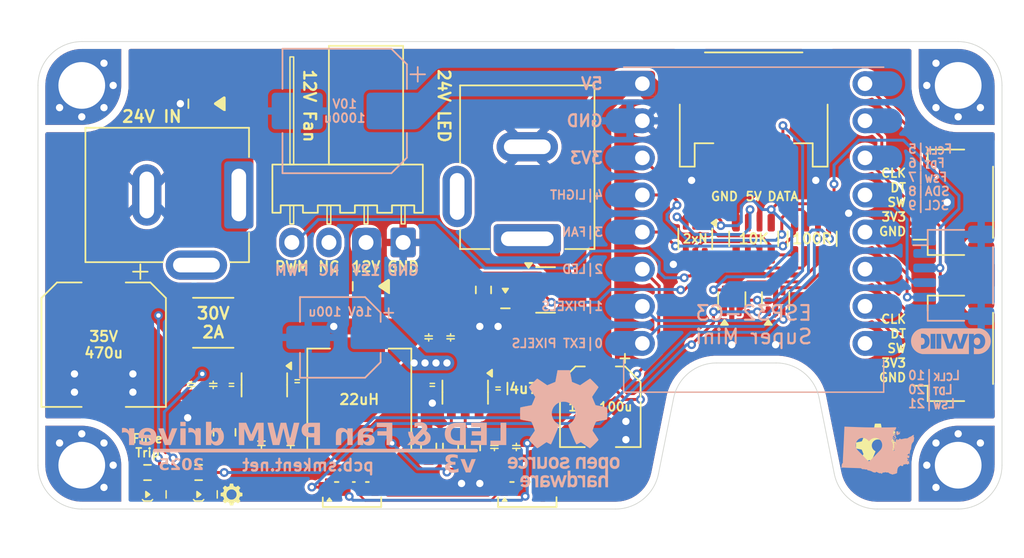
<source format=kicad_pcb>
(kicad_pcb (version 20240108) (generator "pcbnew") (generator_version "8.0")
  (layers (0 "F.Cu" signal) (31 "B.Cu" signal) (34 "B.Paste" user) (35 "F.Paste" user) (36 "B.SilkS" user "B.Silkscreen") (37 "F.SilkS" user "F.Silkscreen") (38 "B.Mask" user) (39 "F.Mask" user) (44 "Edge.Cuts" user))
  (net 0 "")
  (net 1 "+24V")
  (net 2 "GND")
  (net 3 "Net-(U1-BOOT)")
  (net 4 "/SW_12V")
  (net 5 "+12V")
  (net 6 "/24V_IN_RAW")
  (net 7 "/SW_5V")
  (net 8 "Net-(U2-VBST)")
  (net 9 "+5V")
  (net 11 "LIGHT_OUT")
  (net 13 "LIGHT_BUTTON")
  (net 14 "LIGHT_CLK")
  (net 15 "+3V3")
  (net 16 "LIGHT_DT")
  (net 17 "FAN_BUTTON")
  (net 18 "FAN_CLK")
  (net 19 "FAN_DT")
  (net 20 "NEOPIXEL_2_DATA_5V")
  (net 21 "SDA")
  (net 22 "SCL")
  (net 23 "Net-(LED1-A)")
  (net 24 "Net-(LED2-A)")
  (net 25 "FAN_PWM_5V")
  (net 27 "NEOPIXEL_1_DATA_5V")
  (net 28 "STATUS_LED")
  (net 29 "FB_12V")
  (net 30 "FB_5V")
  (net 31 "Net-(U2-EN)")
  (net 32 "LIGHT_PWM_3V3")
  (net 33 "NEOPIXEL_2_DATA_3V3")
  (net 34 "FAN_PWM_3V3")
  (net 35 "NEOPIXEL_1_DATA_3V3")
  (net 38 "/P_GATE_1")
  (net 39 "/PIX2_DATA_S")
  (net 40 "/FAN_PWM_3V3_R")
  (net 41 "/N_GATE_1")
  (net 42 "/N_DRAIN_1")
  (net 43 "/NP_1_DATA_3V3_R")
  (net 44 "/NP_2_DATA_3V3_R")
  (footprint "discrete:C_0603_1608Metric" (layer "F.Cu") (at 100 43.5 -90)
    (property "Reference" "C1" (hide yes))
    (property "Value" "10u")
  )
  (footprint "discrete:LED_SK6812SIDE-A_4.0x1.6mm" (layer "F.Cu") (at 109.5 50.5)
    (property "Reference" "PIX1")
    (property "Value" "SK6812SIDE-A")
  )
  (footprint "Resistor_SMD:R_0603_1608Metric" (layer "F.Cu") (at 99 49.5)
    (property "Reference" "R0" (hide yes))
    (property "Value" "5K1")
  )
  (footprint "Package_TO_SOT_SMD:SOT-563" (layer "F.Cu") (at 135.5 37.75 90)
    (property "Reference" "U5" (hide yes))
    (property "Value" "SN74LVC1T45Z6")
  )
  (footprint "Resistor_SMD:R_0603_1608Metric" (layer "F.Cu") (at 99.5 46.75 90)
    (property "Reference" "R2" (hide yes))
    (property "Value" "5K1")
  )
  (footprint "Package_TO_SOT_SMD:SOT-563" (layer "F.Cu") (at 138.5 37.75 90)
    (property "Reference" "U4" (hide yes))
    (property "Value" "SN74LVC1T45Z6")
  )
  (footprint "Resistor_SMD:R_0603_1608Metric" (layer "F.Cu") (at 116.25 47.75 -90)
    (property "Reference" "R4" (hide yes))
    (property "Value" "57K6")
  )
  (footprint "package:D_SOD-123F" (layer "F.Cu") (at 111.75 36.75)
    (property "Reference" "D1" (hide yes))
    (property "Value" "DSK34W")
  )
  (footprint "Package_TO_SOT_SMD:SOT-23-6" (layer "F.Cu") (at 117.25 44 -90)
    (property "Reference" "U2" (hide yes))
    (property "Value" "TPS563201")
  )
  (footprint "connector:JST_SH_SM05B-SRSS-TB_1x05-1MP_P1.00mm_Horizontal" (layer "F.Cu") (at 150.7 31 90)
    (property "Reference" "J3")
    (property "Value" "JST SH")
  )
  (footprint "discrete:C_0603_1608Metric" (layer "F.Cu") (at 114.75 40.25 90)
    (property "Reference" "C8" (hide yes))
    (property "Value" "10u")
  )
  (footprint "package:D_SOD-523" (layer "F.Cu") (at 120 37 90)
    (property "Reference" "D3" (hide yes))
    (property "Value" "10V")
  )
  (footprint "discrete:C_0402_1005Metric" (layer "F.Cu") (at 101.25 43.5 -90)
    (property "Reference" "C3" (hide yes))
    (property "Value" "0u1")
  )
  (footprint "discrete:L_Power_7.0x6.6mm_0630" (layer "F.Cu") (at 110 44.5 -90)
    (property "Reference" "L1" (hide yes))
    (property "Value" "22u")
  )
  (footprint "mechanical:MountingHole_3.2mm_M3_5.4mm_Pad_Via_corner" (layer "F.Cu") (at 91 49)
    (property "Reference" "REF**" (hide yes))
    (property "Value" "MountingHole_3.2mm_M3_5.4mm_Pad_Via_corner" (hide yes))
  )
  (footprint "mechanical:MountingHole_3.2mm_M3_5.4mm_Pad_Via_corner" (layer "F.Cu") (at 151 23 180)
    (property "Reference" "REF**" (hide yes))
    (property "Value" "MountingHole_3.2mm_M3_5.4mm_Pad_Via_corner" (hide yes))
  )
  (footprint "mechanical:MountingHole_3.2mm_M3_5.4mm_Pad_Via_corner" (layer "F.Cu") (at 91 23 -90)
    (property "Reference" "REF**" (hide yes))
    (property "Value" "MountingHole_3.2mm_M3_5.4mm_Pad_Via_corner" (hide yes))
  )
  (footprint "package:SOT-363_SC-70-6_HandSolder" (layer "F.Cu") (at 133 33.5 -90)
    (property "Reference" "Q1" (hide yes))
    (property "Value" "2N7002DW")
  )
  (footprint "discrete:C_0805_2012Metric" (layer "F.Cu") (at 103.25 47.5 -90)
    (property "Reference" "C5" (hide yes))
    (property "Value" "22u")
  )
  (footprint "Resistor_SMD:R_0603_1608Metric" (layer "F.Cu") (at 101 46.75 -90)
    (property "Reference" "R1" (hide yes))
    (property "Value" "100K")
  )
  (footprint "discrete:C_0603_1608Metric" (layer "F.Cu") (at 98.5 43.5 -90)
    (property "Reference" "C2" (hide yes))
    (property "Value" "10u")
  )
  (footprint "Capacitor_SMD:CP_Elec_8x10" (layer "F.Cu") (at 92.5 40.75 -90)
    (property "Reference" "C7" (hide yes))
    (property "Value" "470u")
  )
  (footprint "discrete:C_0402_1005Metric" (layer "F.Cu") (at 105.75 43.25 90)
    (property "Reference" "C4" (hide yes))
    (property "Value" "0u1")
  )
  (footprint "discrete:C_0402_1005Metric" (layer "F.Cu") (at 115 43.5 -90)
    (property "Reference" "C10" (hide yes))
    (property "Value" "0u1")
  )
  (footprint "graphics:icon-gear-1.5mm" (layer "F.Cu") (at 101.25 51)
    (property "Reference" "G***" (hide yes))
    (property "Value" "LOGO" (hide yes))
  )
  (footprint "Resistor_SMD:R_0603_1608Metric" (layer "F.Cu") (at 118.5 37 90)
    (property "Reference" "R12" (hide yes))
    (property "Value" "17K4")
  )
  (footprint "connector:STEMMA-Signal-SMD-horizontal" (layer "F.Cu") (at 137 25.25 180)
    (property "Reference" "J4" (hide yes))
    (property "Value" "STEMMA-Signal")
  )
  (footprint "discrete:C_0603_1608Metric" (layer "F.Cu") (at 119.25 47.75 -90)
    (property "Reference" "C13" (hide yes))
    (property "Value" "22u")
  )
  (footprint "discrete:R_Array_Convex_4x0603_HandSolder" (layer "F.Cu") (at 137 33.5 90)
    (property "Reference" "RN1" (hide yes))
    (property "Value" "10K")
  )
  (footprint "Resistor_SMD:R_0603_1608Metric" (layer "F.Cu") (at 114.75 47.75 -90)
    (property "Reference" "R6" (hide yes))
    (property "Value" "10K")
  )
  (footprint "Package_TO_SOT_SMD:SOT-23" (layer "F.Cu") (at 122.75 37)
    (property "Reference" "Q3" (hide yes))
    (property "Value" "AO3401A")
  )
  (footprint "mechanical:MountingHole_3.2mm_M3_5.4mm_Pad_Via_corner" (layer "F.Cu") (at 151 49 90)
    (property "Reference" "REF**" (hide yes))
    (property "Value" "MountingHole_3.2mm_M3_5.4mm_Pad_Via_corner" (hide yes))
  )
  (footprint "graphics:oshw-logo-3mm" (layer "F.Cu") (at 145.5 47.5)
    (property "Reference" "G***" (hide yes))
    (property "Value" "LOGO" (hide yes))
  )
  (footprint "discrete:C_0402_1005Metric" (layer "F.Cu") (at 119.5 43.75 90)
    (property "Reference" "C11" (hide yes))
    (property "Value" "0u1")
  )
  (footprint "discrete:LED_SideEmitter_1.7x1.1mm" (layer "F.Cu") (at 99 51 180)
    (property "Reference" "LED1" (hide yes))
    (property "Value" "XL-1606UWC")
  )
  (footprint "connector:FanPinHeader_1x04_P2.54mm_Horizontal" (layer "F.Cu") (at 113 33.75 180)
    (property "Reference" "M1" (hide yes))
    (property "Value" "KF2510")
  )
  (footprint "discrete:C_0603_1608Metric" (layer "F.Cu") (at 120.75 47.75 -90)
    (property "Reference" "C12" (hide yes))
    (property "Value" "22u")
  )
  (footprint "discrete:LED_SideEmitter_1.7x1.1mm" (layer "F.Cu") (at 95.5 51 180)
    (property "Reference" "LED2" (hide yes))
    (property "Value" "XL-1606SURC")
  )
  (footprint "discrete:LED_SK6812SIDE-A_4.0x1.6mm" (layer "F.Cu") (at 121.5 50.5)
    (property "Reference" "PIX2")
    (property "Value" "SK6812SIDE-A")
  )
  (footprint "Package_TO_SOT_SMD:SOT-23-6" (layer "F.Cu") (at 103.5 43.5 -90)
    (property "Reference" "U1" (hide yes))
    (property "Value" "TPS54202DDCR")
  )
  (footprint "discrete:C_0805_2012Metric" (layer "F.Cu") (at 105.25 47.5 -90)
    (property "Reference" "C6" (hide yes))
    (property "Value" "22u")
  )
  (footprint "connector:BarrelJack_DC-005_THT_Horizontal" (layer "F.Cu") (at 101.75 30.5 -90)
    (property "Reference" "J0" (hide yes))
    (property "Value" "DC-005")
  )
  (footprint "Resistor_SMD:R_0603_1608Metric" (layer "F.Cu") (at 95.5 49.5)
    (property "Reference" "R3" (hide yes))
    (property "Value" "1K")
  )
  (footprint "Capacitor_SMD:CP_Elec_5x5.4" (layer "F.Cu") (at 126.5 45 -90)
    (property "Reference" "C14" (hide yes))
    (property "Value" "100u")
  )
  (footprint "Resistor_SMD:R_0603_1608Metric" (layer "F.Cu") (at 117.75 47.75 90)
    (property "Reference" "R7" (hide yes))
    (property "Value" "10K")
  )
  (footprint "discrete:L_1008_2520Metric" (layer "F.Cu") (at 121.25 43.75 -90)
    (property "Reference" "L2" (hide yes))
    (property "Value" "4u7")
  )
  (footprint "connector:BarrelJack_DC-005_THT_Horizontal" (layer "F.Cu") (at 121.5 33.5 180)
    (property "Reference" "J1" (hide yes))
    (property "Value" "DC-005")
  )
  (footprint "discrete:C_0603_1608Metric" (layer "F.Cu") (at 116.25 40.25 90)
    (property "Reference" "C9" (hide yes))
    (property "Value" "10u")
  )
  (footprint "connector:JST_SH_SM05B-SRSS-TB_1x05-1MP_P1.00mm_Horizontal" (layer "F.Cu") (at 150.7 41 90)
    (property "Reference" "J2")
    (property "Value" "JST SH")
  )
  (footprint "Fuse:Fuse_1812_4532Metric" (layer "F.Cu") (at 100 39.25)
    (property "Reference" "F1" (hide yes))
    (property "Value" "30V 2A")
  )
  (footprint "discrete:R_Array_Convex_4x0603_HandSolder" (layer "F.Cu") (at 141 33.5 90)
    (property "Reference" "RN2" (hide yes))
    (property "Value" "100R")
  )
  (footprint "package:D_SOD-123F" (layer "F.Cu") (at 100.5 24.25)
    (property "Reference" "D2" (hide yes))
    (property "Value" "D_TVS")
  )
  (footprint "graphics:wa-state-heart-5mm" (layer "B.Cu") (at 145.5 48 180)
    (property "Reference" "G***" (hide yes))
    (property "Value" "LOGO" (hide yes))
  )
  (footprint "module:ESP32-C3-Super-Mini-Castellated-SMD" (layer "B.Cu") (at 137 30.5 180)
    (property "Reference" "SM1" (hide yes))
    (property "Value" "~")
  )
  (footprint "Symbol:OSHW-Logo_7.5x8mm_SilkScreen" (layer "B.Cu") (at 124 46.5 180)
    (property "Reference" "REF**" (hide yes))
    (property "Value" "OSHW-Logo_7.5x8mm_SilkScreen" (hide yes))
  )
  (footprint "Capacitor_SMD:CP_Elec_5x5.4" (layer "B.Cu") (at 108.7 40.25 180)
    (property "Reference" "C16" (hide yes))
    (property "Value" "100u")
  )
  (footprint "Capacitor_SMD:CP_Elec_8x10" (layer "B.Cu") (at 109 24.75 180)
    (property "Reference" "C15" (hide yes))
    (property "Value" "1000u")
  )
  (footprint "graphics:qwiic-logo-5.5mm" (layer "B.Cu") (at 150.5 40.5 180)
    (property "Reference" "G***" (hide yes))
    (property "Value" "LOGO" (hide yes))
  )
  (footprint "connector:Qwiic-SMD-horizontal" (layer "B.Cu") (at 150.7 36 -90)
    (property "Reference" "J5" (hide yes))
    (property "Value" "Qwiic")
  )
  (gr_line (start 118 48) (end 96 48) (stroke (width 0.25)) (layer "B.SilkS"))
  (gr_line (start 134.459412 42) (end 138.540588 42) (stroke (width 0.05)) (layer "Edge.Cuts"))
  (gr_line (start 154 23) (end 154 49) (stroke (width 0.05)) (layer "Edge.Cuts"))
  (gr_arc (start 138.540588 42) (mid 140.442561 42.679969) (end 141.48233 44.411652) (stroke (width 0.05)) (layer "Edge.Cuts"))
  (gr_arc (start 145.459412 52) (mid 143.557439 51.320031) (end 142.51767 49.588349) (stroke (width 0.05)) (layer "Edge.Cuts"))
  (gr_arc (start 130.48233 49.588348) (mid 129.442554 51.320022) (end 127.540588 52) (stroke (width 0.05)) (layer "Edge.Cuts"))
  (gr_arc (start 131.51767 44.411651) (mid 132.557446 42.679978) (end 134.459412 42) (stroke (width 0.05)) (layer "Edge.Cuts"))
  (gr_line (start 91 52) (end 127.540588 52) (stroke (width 0.05)) (layer "Edge.Cuts"))
  (gr_line (start 88 49) (end 88 23) (stroke (width 0.05)) (layer "Edge.Cuts"))
  (gr_arc (start 154 49) (mid 153.12132 51.12132) (end 151 52) (stroke (width 0.05)) (layer "Edge.Cuts"))
  (gr_line (start 141.48233 44.411652) (end 142.51767 49.588349) (stroke (width 0.05)) (layer "Edge.Cuts"))
  (gr_arc (start 151 20) (mid 153.12132 20.87868) (end 154 23) (stroke (width 0.05)) (layer "Edge.Cuts"))
  (gr_line (start 131.51767 44.411651) (end 130.48233 49.588348) (stroke (width 0.05)) (layer "Edge.Cuts"))
  (gr_arc (start 91 52) (mid 88.87868 51.12132) (end 88 49) (stroke (width 0.05)) (layer "Edge.Cuts"))
  (gr_line (start 151 20) (end 91 20) (stroke (width 0.05)) (layer "Edge.Cuts"))
  (gr_arc (start 88 23) (mid 88.87868 20.87868) (end 91 20) (stroke (width 0.05)) (layer "Edge.Cuts"))
  (gr_line (start 151 52) (end 145.459412 52) (stroke (width 0.05)) (layer "Edge.Cuts"))
  (gr_text "F_{CLK}|5\nF_{DT}|6\nF_{SW}|7\nSDA|8\nSCL|9" (at 147.5 27 0) (layer "B.SilkS") (effects (font (size 0.6 0.6) (thickness 0.12) (bold yes)) (justify right top mirror)))
  (gr_text "2|LED" (at 126.75 35.58 0) (layer "B.SilkS") (effects (font (size 0.6 0.6) (thickness 0.12) (bold yes)) (justify left mirror)))
  (gr_text "12V" (at 110.46 35.25 0) (layer "B.SilkS") (effects (font (size 0.7 0.7) (thickness 0.14) (bold yes)) (justify top mirror)))
  (gr_text "3|FAN" (at 126.75 33.04 0) (layer "B.SilkS") (effects (font (size 0.6 0.6) (thickness 0.12) (bold yes)) (justify left mirror)))
  (gr_text "v3" (at 118 49 -0) (layer "B.SilkS") (effects (font (size 1.2 1.2) (thickness 0.24) (bold yes)) (justify left mirror)))
  (gr_text "1|PIXELS" (at 126.75 38.12 0) (layer "B.SilkS") (effects (font (size 0.6 0.6) (thickness 0.12) (bold yes)) (justify left mirror)))
  (gr_text "3V3" (at 126.75 27.96 0) (layer "B.SilkS") (effects (font (size 0.8 0.8) (thickness 0.16) (bold yes)) (justify left mirror)))
  (gr_text "LED & Fan PWM driver" (at 107 47 -0) (layer "B.SilkS") (effects (font (size 1.5 1.5) (thickness 0.3) (bold yes)) (justify mirror)))
  (gr_text "10V\n1000u" (at 109 24.75 -0) (layer "B.SilkS") (effects (font (size 0.6 0.6) (thickness 0.12) (bold yes)) (justify mirror)))
  (gr_text "NC" (at 107.92 35.25 0) (layer "B.SilkS") (effects (font (size 0.7 0.7) (thickness 0.14) (bold yes)) (justify top mirror)))
  (gr_text "0|EXT PIXELS" (at 126.75 40.66 0) (layer "B.SilkS") (effects (font (size 0.6 0.6) (thickness 0.12) (bold yes)) (justify left mirror)))
  (gr_text "PWM" (at 105.38 35.25 0) (layer "B.SilkS") (effects (font (size 0.7 0.7) (thickness 0.14) (bold yes)) (justify top mirror)))
  (gr_text "2025" (at 96.25 49 -0) (layer "B.SilkS") (effects (font (size 0.8 0.8) (thickness 0.24) (bold yes)) (justify right mirror)))
  (gr_text "16V 100u" (at 108.7 38.5 -0) (layer "B.SilkS") (effects (font (size 0.6 0.6) (thickness 0.12) (bold yes)) (justify mirror)))
  (gr_text "GND" (at 126.75 25.42 0) (layer "B.SilkS") (effects (font (size 0.8 0.8) (thickness 0.16) (bold yes)) (justify left mirror)))
  (gr_text "GND" (at 113 35.25 0) (layer "B.SilkS") (effects (font (size 0.7 0.7) (thickness 0.14) (bold yes)) (justify top mirror)))
  (gr_text "4|LIGHT" (at 126.75 30.5 0) (layer "B.SilkS") (effects (font (size 0.6 0.6) (thickness 0.12) (bold yes)) (justify left mirror)))
  (gr_text "pcb.smkent.net" (at 106.5 49 -0) (layer "B.SilkS") (effects (font (size 0.8 0.8) (thickness 0.16) (bold yes)) (justify mirror)))
  (gr_text "5V" (at 126.75 22.88 0) (layer "B.SilkS") (effects (font (size 0.8 0.8) (thickness 0.16) (bold yes)) (justify left mirror)))
  (gr_text "L_{CLK}|10\nL_{DT}|20\nL_{SW}|21" (at 147.5 42.5 0) (layer "B.SilkS") (effects (font (size 0.6 0.6) (thickness 0.12) (bold yes)) (justify right top mirror)))
  (gr_text "GND" (at 147.5 33 0) (layer "F.SilkS") (effects (font (size 0.6 0.6) (thickness 0.12) (bold yes)) (justify right)))
  (gr_text "DT" (at 147.5 40 0) (layer "F.SilkS") (effects (font (size 0.6 0.6) (thickness 0.12) (bold yes)) (justify right)))
  (gr_text "2xN" (at 133 33.5 0) (layer "F.SilkS") (effects (font (size 0.6 0.6) (thickness 0.12) (bold yes))))
  (gr_text "PWM" (at 105.38 35 0) (layer "F.SilkS") (effects (font (size 0.7 0.7) (thickness 0.14) (bold yes)) (justify top)))
  (gr_text "CLK" (at 147.5 29 0) (layer "F.SilkS") (effects (font (size 0.6 0.6) (thickness 0.12) (bold yes)) (justify right)))
  (gr_text "GND" (at 147.5 43 0) (layer "F.SilkS") (effects (font (size 0.6 0.6) (thickness 0.12) (bold yes)) (justify right)))
  (gr_text "12V" (at 110.46 35 0) (layer "F.SilkS") (effects (font (size 0.7 0.7) (thickness 0.14) (bold yes)) (justify top)))
  (gr_text "24V LED" (at 115.8 24.4 -90) (layer "F.SilkS") (effects (font (size 0.8 0.8) (thickness 0.16) (bold yes))))
  (gr_text "GND" (at 113 35 0) (layer "F.SilkS") (effects (font (size 0.7 0.7) (thickness 0.14) (bold yes)) (justify top)))
  (gr_text "DT" (at 147.5 30 0) (layer "F.SilkS") (effects (font (size 0.6 0.6) (thickness 0.12) (bold yes)) (justify right)))
  (gr_text "30V\n2A" (at 100 39.25 0) (layer "F.SilkS") (effects (font (size 0.8 0.8) (thickness 0.16) (bold yes))))
  (gr_text "SW" (at 147.5 41 0) (layer "F.SilkS") (effects (font (size 0.6 0.6) (thickness 0.12) (bold yes)) (justify right)))
  (gr_text "5V" (at 137 30.25 0) (layer "F.SilkS") (effects (font (size 0.6 0.6) (thickness 0.12) (bold yes)) (justify top)))
  (gr_text "3V3" (at 147.5 42 0) (layer "F.SilkS") (effects (font (size 0.6 0.6) (thickness 0.12) (bold yes)) (justify right)))
  (gr_text "NC" (at 107.92 35 0) (layer "F.SilkS") (effects (font (size 0.7 0.7) (thickness 0.14) (bold yes)) (justify top)))
  (gr_text "35V\n470u" (at 92.5 40.75 0) (layer "F.SilkS") (effects (font (size 0.7 0.7) (thickness 0.14) (bold yes))))
  (gr_text "SW" (at 147.5 31 0) (layer "F.SilkS") (effects (font (size 0.6 0.6) (thickness 0.12) (bold yes)) (justify right)))
  (gr_text "DATA" (at 139 30.25 0) (layer "F.SilkS") (effects (font (size 0.6 0.6) (thickness 0.12) (bold yes)) (justify top)))
  (gr_text "24V IN" (at 95.8 25.6 0) (layer "F.SilkS") (effects (font (size 0.8 0.8) (thickness 0.16) (bold yes)) (justify bottom)))
  (gr_text "10V 100u" (at 126.5 45 0) (layer "F.SilkS") (effects (font (size 0.6 0.6) (thickness 0.12) (bold yes))))
  (gr_text "Fuse\nTrip" (at 95.5 48.5 0) (layer "F.SilkS") (effects (font (size 0.6 0.6) (thickness 0.12) (bold yes)) (justify bottom)))
  (gr_text "4u7" (at 121.25 43.75 0) (layer "F.SilkS") (effects (font (size 0.7 0.7) (thickness 0.14) (bold yes))))
  (gr_text "3V3" (at 147.5 32 0) (layer "F.SilkS") (effects (font (size 0.6 0.6) (thickness 0.12) (bold yes)) (justify right)))
  (gr_text "22uH" (at 110 44.5 0) (layer "F.SilkS") (effects (font (size 0.7 0.7) (thickness 0.14) (bold yes))))
  (gr_text "GND" (at 135 30.25 0) (layer "F.SilkS") (effects (font (size 0.6 0.6) (thickness 0.12) (bold yes)) (justify top)))
  (gr_text "12V Fan" (at 106.6 24.4 -90) (layer "F.SilkS") (effects (font (size 0.8 0.8) (thickness 0.16) (bold yes))))
  (gr_text "CLK" (at 147.5 39 0) (layer "F.SilkS") (effects (font (size 0.6 0.6) (thickness 0.12) (bold yes)) (justify right)))
  (segment (start 98.525 42.75) (end 98.5 42.725) (width 0.2) (layer "F.Cu") (net 1))
  (segment (start 97.25 50.05) (end 96.3 51) (width 0.2) (layer "F.Cu") (net 1))
  (segment (start 99.25 42.75) (end 98.525 42.75) (width 0.2) (layer "F.Cu") (net 1))
  (segment (start 97.25 48.5) (end 97.25 50.05) (width 0.2) (layer "F.Cu") (net 1))
  (via (at 99.25 42.75) (size 0.6) (drill 0.3) (layers "F.Cu" "B.Cu") (net 1))
  (via (at 97.25 48.5) (size 0.6) (drill 0.3) (layers "F.Cu" "B.Cu") (net 1))
  (segment (start 97.25 48.5) (end 96.65 47.9) (width 0.2) (layer "B.Cu") (net 1))
  (segment (start 96.65 45.35) (end 99.25 42.75) (width 0.2) (layer "B.Cu") (net 1))
  (segment (start 96.65 47.9) (end 96.65 45.35) (width 0.2) (layer "B.Cu") (net 1))
  (segment (start 104.448751 42.03) (end 104.448751 42.951249) (width 0.5) (layer "F.Cu") (net 2))
  (segment (start 104.448751 42.951249) (end 103.925 43.475) (width 0.5) (layer "F.Cu") (net 2))
  (segment (start 103.925 43.475) (end 101.943266 43.475) (width 0.5) (layer "F.Cu") (net 2))
  (segment (start 101.943266 43.475) (end 101.438266 43.98) (width 0.5) (layer "F.Cu") (net 2))
  (segment (start 101.438266 43.98) (end 101.25 43.98) (width 0.5) (layer "F.Cu") (net 2))
  (via (at 97.75 24.25) (size 1) (drill 0.5) (layers "F.Cu" "B.Cu") (net 2))
  (via (at 141.25 29.5) (size 1) (drill 0.5) (layers "F.Cu" "B.Cu") (net 2))
  (via (at 90.5 42.75) (size 1) (drill 0.5) (layers "F.Cu" "B.Cu") (net 2))
  (via (at 143.5 31.75) (size 1) (drill 0.5) (layers "F.Cu" "B.Cu") (net 2))
  (via (at 150.25 31) (size 1) (drill 0.5) (layers "F.Cu" "B.Cu") (net 2))
  (via (at 117 50.25) (size 1) (drill 0.5) (layers "F.Cu" "B.Cu") (net 2))
  (via (at 119.5 39.5) (size 1) (drill 0.5) (layers "F.Cu" "B.Cu") (net 2))
  (via (at 118.25 39.5) (size 1) (drill 0.5) (layers "F.Cu" "B.Cu") (net 2))
  (via (at 128.25 47.25) (size 1) (drill 0.5) (layers "F.Cu" "B.Cu") (net 2))
  (via (at 118.25 50.25) (size 1) (drill 0.5) (layers "F.Cu" "B.Cu") (net 2))
  (via (at 108.25 39.5) (size 1) (drill 0.5) (layers "F.Cu" "B.Cu") (net 2))
  (via (at 138.5 40.75) (size 1) (drill 0.5) (layers "F.Cu" "B.Cu") (net 2))
  (via (at 128.25 46) (size 1) (drill 0.5) (layers "F.Cu" "B.Cu") (net 2))
  (via (at 98.25 45.75) (size 1) (drill 0.5) (layers "F.Cu" "B.Cu") (net 2))
  (via (at 132.75 29.5) (size 1) (drill 0.5) (layers "F.Cu" "B.Cu") (net 2))
  (via (at 90.5 44) (size 1) (drill 0.5) (layers "F.Cu" "B.Cu") (net 2))
  (via (at 94.5 42.75) (size 1) (drill 0.5) (layers "F.Cu" "B.Cu") (net 2))
  (via (at 135.5 40.75) (size 1) (drill 0.5) (layers "F.Cu" "B.Cu") (net 2))
  (via (at 94.5 44) (size 1) (drill 0.5) (layers "F.Cu" "B.Cu") (net 2))
  (via (at 115 44.75) (size 1) (drill 0.5) (layers "F.Cu" "B.Cu") (net 2))
  (via (at 131.5 35.25) (size 1) (drill 0.5) (layers "F.Cu" "B.Cu") (net 2))
  (segment (start 152.575 33.2) (end 152.575 33.175) (width 0.2) (layer "B.Cu") (net 2))
  (segment (start 152.575 33.175) (end 152.75 33) (width 0.2) (layer "B.Cu") (net 2))
  (segment (start 105.448751 43.73) (end 104.448751 44.73) (width 0.5) (layer "F.Cu") (net 3))
  (segment (start 105.75 43.73) (end 105.448751 43.73) (width 0.5) (layer "F.Cu") (net 3))
  (segment (start 117.05 49.275) (end 116.2 49.275) (width 0.2) (layer "F.Cu") (net 5))
  (segment (start 117.75 48.575) (end 117.05 49.275) (width 0.2) (layer "F.Cu") (net 5))
  (segment (start 101.8 47.6) (end 101.025 47.6) (width 0.2) (layer "F.Cu") (net 5))
  (segment (start 116.2 49.275) (end 116 49.475) (width 0.2) (layer "F.Cu") (net 5))
  (segment (start 102.85 46.55) (end 101.8 47.6) (width 0.2) (layer "F.Cu") (net 5))
  (segment (start 103.25 46.55) (end 102.85 46.55) (width 0.2) (layer "F.Cu") (net 5))
  (segment (start 101.025 47.6) (end 101 47.575) (width 0.2) (layer "F.Cu") (net 5))
  (via (at 112.25 47.5) (size 0.6) (drill 0.3) (layers "F.Cu" "B.Cu") (net 5))
  (via (at 115.25 42) (size 1) (drill 0.5) (layers "F.Cu" "B.Cu") (net 5))
  (via (at 113.75 42) (size 1) (drill 0.5) (layers "F.Cu" "B.Cu") (net 5))
  (via (at 116 49.475) (size 0.6) (drill 0.3) (layers "F.Cu" "B.Cu") (net 5))
  (via (at 116 42) (size 1) (drill 0.5) (layers "F.Cu" "B.Cu") (net 5))
  (via (at 114.5 42) (size 1) (drill 0.5) (layers "F.Cu" "B.Cu") (net 5))
  (segment (start 116 49.475) (end 115.775 49.25) (width 0.2) (layer "B.Cu") (net 5))
  (segment (start 114 49.25) (end 112.25 47.5) (width 0.2) (layer "B.Cu") (net 5))
  (segment (start 115.775 49.25) (end 114 49.25) (width 0.2) (layer "B.Cu") (net 5))
  (segment (start 96.325 48.575) (end 96.325 49.5) (width 0.2) (layer "F.Cu") (net 6))
  (segment (start 96.25 48.5) (end 96.325 48.575) (width 0.2) (layer "F.Cu") (net 6))
  (via (at 96.25 38.75) (size 0.6) (drill 0.3) (layers "F.Cu" "B.Cu") (net 6))
  (via (at 96.25 48.5) (size 0.6) (drill 0.3) (layers "F.Cu" "B.Cu") (net 6))
  (segment (start 96.25 48.5) (end 96.25 38.75) (width 0.2) (layer "B.Cu") (net 6))
  (segment (start 118.5925 45.1375) (end 119.5 44.23) (width 0.2) (layer "F.Cu") (net 8))
  (segment (start 118.2 45.1375) (end 118.5925 45.1375) (width 0.2) (layer "F.Cu") (net 8))
  (segment (start 119.25 46.975) (end 118.35 47.875) (width 0.2) (layer "F.Cu") (net 9))
  (segment (start 126.5 42.8) (end 128.2 44.5) (width 0.2) (layer "F.Cu") (net 9))
  (segment (start 116.95 47.875) (end 116.25 48.575) (width 0.2) (layer "F.Cu") (net 9))
  (segment (start 138 38.4625) (end 137.2875 38.4625) (width 0.2) (layer "F.Cu") (net 9))
  (segment (start 121.356586 50.806586) (end 121.05 50.5) (width 0.2) (layer "F.Cu") (net 9))
  (segment (start 132.75 40.75) (end 134.25 39.25) (width 0.2) (layer "F.Cu") (net 9))
  (segment (start 135 38.4625) (end 134.2875 38.4625) (width 0.2) (layer "F.Cu") (net 9))
  (segment (start 109.310819 51.139182) (end 109.05 50.878363) (width 0.2) (layer "F.Cu") (net 9))
  (segment (start 137.2875 38.4625) (end 137.25 38.5) (width 0.2) (layer "F.Cu") (net 9))
  (segment (start 134.25 39.25) (end 134.25 38.5) (width 0.2) (layer "F.Cu") (net 9))
  (segment (start 109.05 50.878363) (end 109.05 50.5) (width 0.2) (layer "F.Cu") (net 9))
  (segment (start 121.356586 51.130183) (end 121.356586 50.806586) (width 0.2) (layer "F.Cu") (net 9))
  (segment (start 134.2875 38.4625) (end 134.25 38.5) (width 0.2) (layer "F.Cu") (net 9))
  (segment (start 118.35 47.875) (end 116.95 47.875) (width 0.2) (layer "F.Cu") (net 9))
  (segment (start 128.2 44.5) (end 129.25 44.5) (width 0.2) (layer "F.Cu") (net 9))
  (via (at 121.356586 51.130183) (size 0.6) (drill 0.3) (layers "F.Cu" "B.Cu") (net 9))
  (via (at 129.25 44.5) (size 0.6) (drill 0.3) (layers "F.Cu" "B.Cu") (net 9))
  (via (at 109.310819 51.139182) (size 0.6) (drill 0.3) (layers "F.Cu" "B.Cu") (net 9))
  (via (at 121.5 47.5) (size 0.6) (drill 0.3) (layers "F.Cu" "B.Cu") (net 9))
  (via (at 137.25 38.5) (size 0.6) (drill 0.3) (layers "F.Cu" "B.Cu") (net 9))
  (via (at 134.25 38.5) (size 0.6) (drill 0.3) (layers "F.Cu" "B.Cu") (net 9))
  (via (at 132.75 40.75) (size 0.6) (drill 0.3) (layers "F.Cu" "B.Cu") (net 9))
  (segment (start 109.571637 51.4) (end 121.086769 51.4) (width 0.2) (layer "B.Cu") (net 9))
  (segment (start 134.25 38.5) (end 137.25 38.5) (width 0.2) (layer "B.Cu") (net 9))
  (segment (start 132.414215 40.75) (end 129.25 43.914215) (width 0.2) (layer "B.Cu") (net 9))
  (segment (start 121.369817 51.130183) (end 121.356586 51.130183) (width 0.2) (layer "B.Cu") (net 9))
  (segment (start 129.25 43.914215) (end 129.25 44.5) (width 0.2) (layer "B.Cu") (net 9))
  (segment (start 121.5 51) (end 121.369817 51.130183) (width 0.2) (layer "B.Cu") (net 9))
  (segment (start 121.5 47.5) (end 121.5 51) (width 0.2) (layer "B.Cu") (net 9))
  (segment (start 132.75 40.75) (end 132.414215 40.75) (width 0.2) (layer "B.Cu") (net 9))
  (segment (start 121.086769 51.4) (end 121.356586 51.130183) (width 0.2) (layer "B.Cu") (net 9))
  (segment (start 109.310819 51.139182) (end 109.571637 51.4) (width 0.2) (layer "B.Cu") (net 9))
  (segment (start 144.96 41) (end 144.62 40.66) (width 0.2) (layer "F.Cu") (net 13))
  (segment (start 148.7 41) (end 144.96 41) (width 0.2) (layer "F.Cu") (net 13))
  (segment (start 148.7 39) (end 148.04 39) (width 0.2) (layer "F.Cu") (net 14))
  (segment (start 148.04 39) (end 144.62 35.58) (width 0.2) (layer "F.Cu") (net 14))
  (segment (start 138.2 32.4) (end 138.2 31.5) (width 0.2) (layer "F.Cu") (net 15))
  (segment (start 134.75 32.25) (end 134.75 32.6) (width 0.2) (layer "F.Cu") (net 15))
  (segment (start 149.775 35.475) (end 149.775 32.659448) (width 0.2) (layer "F.Cu") (net 15))
  (segment (start 133 31.875001) (end 133.300001 31.575) (width 0.2) (layer "F.Cu") (net 15))
  (segment (start 129.38 27.96) (end 133 31.58) (width 0.2) (layer "F.Cu") (net 15))
  (segment (start 136.229722 37.625) (end 135.250001 37.625) (width 0.2) (layer "F.Cu") (net 15))
  (segment (start 142.5 29.75) (end 142.5 30.5) (width 0.2) (layer "F.Cu") (net 15))
  (segment (start 149.775 35.525) (end 149.775 41.699999) (width 0.2) (layer "F.Cu") (net 15))
  (segment (start 142.5 30.5) (end 141.9 31.1) (width 0.2) (layer "F.Cu") (net 15))
  (segment (start 149.115552 32) (end 148.7 32) (width 0.2) (layer "F.Cu") (net 15))
  (segment (start 138.6 31.1) (end 138.2 31.5) (width 0.2) (layer "F.Cu") (net 15))
  (segment (start 134.075 31.575) (end 134.75 32.25) (width 0.2) (layer "F.Cu") (net 15))
  (segment (start 141.9 31.1) (end 138.6 31.1) (width 0.2) (layer "F.Cu") (net 15))
  (segment (start 136.817222 37.0375) (end 136.229722 37.625) (width 0.2) (layer "F.Cu") (net 15))
  (segment (start 149.474999 42) (end 148.7 42) (width 0.2) (layer "F.Cu") (net 15))
  (segment (start 149.75 35.5) (end 149.775 35.475) (width 0.2) (layer "F.Cu") (net 15))
  (segment (start 138 37.0375) (end 136.817222 37.0375) (width 0.2) (layer "F.Cu") (net 15))
  (segment (start 134.25 37) (end 134.9625 37) (width 0.2) (layer "F.Cu") (net 15))
  (segment (start 133 32.375) (end 133 31.875001) (width 0.2) (layer "F.Cu") (net 15))
  (segment (start 133 31.58) (end 133 32.375) (width 0.2) (layer "F.Cu") (net 15))
  (segment (start 133.300001 31.575) (end 134.075 31.575) (width 0.2) (layer "F.Cu") (net 15))
  (segment (start 135.250001 37.625) (end 135 37.374999) (width 0.2) (layer "F.Cu") (net 15))
  (segment (start 149.75 35.5) (end 149.775 35.525) (width 0.2) (layer "F.Cu") (net 15))
  (segment (start 149.775 32.659448) (end 149.115552 32) (width 0.2) (layer "F.Cu") (net 15))
  (segment (start 135 37.374999) (end 135 37.0375) (width 0.2) (layer "F.Cu") (net 15))
  (segment (start 134.9625 37) (end 135 37.0375) (width 0.2) (layer "F.Cu") (net 15))
  (segment (start 149.775 41.699999) (end 149.474999 42) (width 0.2) (layer "F.Cu") (net 15))
  (via (at 142.5 29.75) (size 0.6) (drill 0.3) (layers "F.Cu" "B.Cu") (net 15))
  (via (at 138.2 31.5) (size 0.6) (drill 0.3) (layers "F.Cu" "B.Cu") (net 15))
  (via (at 134.25 37) (size 0.6) (drill 0.3) (layers "F.Cu" "B.Cu") (net 15))
  (via (at 149.75 35.5) (size 0.6) (drill 0.3) (layers "F.Cu" "B.Cu") (net 15))
  (via (at 134.75 32.6) (size 0.6) (drill 0.3) (layers "F.Cu" "B.Cu") (net 15))
  (segment (start 137.748529 36.1) (end 139.6 34.248529) (width 0.2) (layer "B.Cu") (net 15))
  (segment (start 136.15 32.35) (end 135.9 32.6) (width 0.2) (layer "B.Cu") (net 15))
  (segment (start 144.203654 26.75) (end 147.25 26.75) (width 0.2) (layer "B.Cu") (net 15))
  (segment (start 149.775 32.725) (end 149.775 35.475) (width 0.2) (layer "B.Cu") (net 15))
  (segment (start 147.25 26.75) (end 151.05 30.55) (width 0.2) (layer "B.Cu") (net 15))
  (segment (start 139.6 32.9) (end 138.2 31.5) (width 0.2) (layer "B.Cu") (net 15))
  (segment (start 148.7 35.5) (end 149.75 35.5) (width 0.2) (layer "B.Cu") (net 15))
  (segment (start 136.501471 30.9) (end 136.15 31.251471) (width 0.2) (layer "B.Cu") (net 15))
  (segment (start 137.598529 31.5) (end 136.998529 30.9) (width 0.2) (layer "B.Cu") (net 15))
  (segment (start 134.25 37) (end 135.15 36.1) (width 0.2) (layer "B.Cu") (net 15))
  (segment (start 151.05 31.45) (end 149.775 32.725) (width 0.2) (layer "B.Cu") (net 15))
  (segment (start 136.998529 30.9) (end 136.501471 30.9) (width 0.2) (layer "B.Cu") (net 15))
  (segment (start 138.2 31.5) (end 137.598529 31.5) (width 0.2) (layer "B.Cu") (net 15))
  (segment (start 151.05 30.55) (end 151.05 31.45) (width 0.2) (layer "B.Cu") (net 15))
  (segment (start 135.15 36.1) (end 137.748529 36.1) (width 0.2) (layer "B.Cu") (net 15))
  (segment (start 139.6 34.248529) (end 139.6 32.9) (width 0.2) (layer "B.Cu") (net 15))
  (segment (start 142.5 29.75) (end 142.5 28.453654) (width 0.2) (layer "B.Cu") (net 15))
  (segment (start 135.9 32.6) (end 134.75 32.6) (width 0.2) (layer "B.Cu") (net 15))
  (segment (start 136.15 31.251471) (end 136.15 32.35) (width 0.2) (layer "B.Cu") (net 15))
  (segment (start 149.775 35.475) (end 149.75 35.5) (width 0.2) (layer "B.Cu") (net 15))
  (segment (start 142.5 28.453654) (end 144.203654 26.75) (width 0.2) (layer "B.Cu") (net 15))
  (segment (start 146.5 40) (end 144.62 38.12) (width 0.2) (layer "F.Cu") (net 16))
  (segment (start 148.7 40) (end 146.5 40) (width 0.2) (layer "F.Cu") (net 16))
  (segment (start 148.7 31) (end 147.66 31) (width 0.2) (layer "F.Cu") (net 17))
  (segment (start 147.66 31) (end 144.62 27.96) (width 0.2) (layer "F.Cu") (net 17))
  (segment (start 148.7 29) (end 148.7 26.96) (width 0.2) (layer "F.Cu") (net 18))
  (segment (start 148.7 26.96) (end 144.62 22.88) (width 0.2) (layer "F.Cu") (net 18))
  (segment (start 145.77 27.844999) (end 145.77 26.57) (width 0.2) (layer "F.Cu") (net 19))
  (segment (start 145.77 26.57) (end 144.62 25.42) (width 0.2) (layer "F.Cu") (net 19))
  (segment (start 148.7 30) (end 147.925001 30) (width 0.2) (layer "F.Cu") (net 19))
  (segment (start 147.925001 30) (end 145.77 27.844999) (width 0.2) (layer "F.Cu") (net 19))
  (segment (start 139 25.75) (end 139 28.1) (width 0.2) (layer "F.Cu") (net 20))
  (segment (start 136 38.4625) (end 136.762503 37.699997) (width 0.2) (layer "F.Cu") (net 20))
  (segment (start 136.762503 37.699997) (end 137.25 37.699997) (width 0.2) (layer "F.Cu") (net 20))
  (via (at 137.25 37.699997) (size 0.6) (drill 0.3) (layers "F.Cu" "B.Cu") (net 20))
  (via (at 139 25.75) (size 0.6) (drill 0.3) (layers "F.Cu" "B.Cu") (net 20))
  (segment (start 140.35 35.684314) (end 138.334317 37.699997) (width 0.2) (layer "B.Cu") (net 20))
  (segment (start 139 25.75) (end 140.35 27.1) (width 0.2) (layer "B.Cu") (net 20))
  (segment (start 138.334317 37.699997) (end 137.25 37.699997) (width 0.2) (layer "B.Cu") (net 20))
  (segment (start 140.35 27.1) (end 140.35 35.684314) (width 0.2) (layer "B.Cu") (net 20))
  (segment (start 147.5 32.177919) (end 145.822081 30.5) (width 0.2) (layer "B.Cu") (net 21))
  (segment (start 147.5 36.074999) (end 147.5 32.177919) (width 0.2) (layer "B.Cu") (net 21))
  (segment (start 145.822081 30.5) (end 144.62 30.5) (width 0.2) (layer "B.Cu") (net 21))
  (segment (start 147.925001 36.5) (end 147.5 36.074999) (width 0.2) (layer "B.Cu") (net 21))
  (segment (start 148.7 36.5) (end 147.925001 36.5) (width 0.2) (layer "B.Cu") (net 21))
  (segment (start 147.5 37.476998) (end 147.5 35.92) (width 0.2) (layer "F.Cu") (net 22))
  (segment (start 147.5 35.92) (end 144.62 33.04) (width 0.2) (layer "F.Cu") (net 22))
  (segment (start 147.515079 37.492077) (end 147.5 37.476998) (width 0.2) (layer "F.Cu") (net 22))
  (via (at 147.515079 37.492077) (size 0.6) (drill 0.3) (layers "F.Cu" "B.Cu") (net 22))
  (segment (start 147.523002 37.5) (end 147.515079 37.492077) (width 0.2) (layer "B.Cu") (net 22))
  (segment (start 148.7 37.5) (end 147.523002 37.5) (width 0.2) (layer "B.Cu") (net 22))
  (segment (start 98.175 49.5) (end 98.175 50.975) (width 0.2) (layer "F.Cu") (net 23))
  (segment (start 98.175 50.975) (end 98.2 51) (width 0.2) (layer "F.Cu") (net 23))
  (segment (start 94.675 49.5) (end 94.675 50.975) (width 0.2) (layer "F.Cu") (net 24))
  (segment (start 94.675 50.975) (end 94.7 51) (width 0.2) (layer "F.Cu") (net 24))
  (segment (start 132.360612 36.05) (end 132.643456 36.05) (width 0.2) (layer "F.Cu") (net 25))
  (segment (start 133.65 34.625) (end 135.775 34.625) (width 0.2) (layer "F.Cu") (net 25))
  (segment (start 135.775 34.625) (end 135.8 34.6) (width 0.2) (layer "F.Cu") (net 25))
  (segment (start 133.65 35.043456) (end 133.65 34.625) (width 0.2) (layer "F.Cu") (net 25))
  (segment (start 132.241964 36.168648) (end 132.360612 36.05) (width 0.2) (layer "F.Cu") (net 25))
  (segment (start 132.643456 36.05) (end 133.65 35.043456) (width 0.2) (layer "F.Cu") (net 25))
  (via (at 132.241964 36.168648) (size 0.6) (drill 0.3) (layers "F.Cu" "B.Cu") (net 25))
  (segment (start 130.918648 36.168648) (end 130.53 35.78) (width 0.2) (layer "B.Cu") (net 25))
  (segment (start 118.591854 35.5) (end 115.276854 32.185) (width 0.2) (layer "B.Cu") (net 25))
  (segment (start 125.917239 34.332761) (end 124.75 35.5) (width 0.2) (layer "B.Cu") (net 25))
  (segment (start 115.276854 32.185) (end 107.195 32.185) (width 0.2) (layer "B.Cu") (net 25))
  (segment (start 130.53 35.78) (end 130.53 35.103654) (width 0.2) (layer "B.Cu") (net 25))
  (segment (start 124.75 35.5) (end 118.591854 35.5) (width 0.2) (layer "B.Cu") (net 25))
  (segment (start 107.195 32.185) (end 105.38 34) (width 0.2) (layer "B.Cu") (net 25))
  (segment (start 129.759107 34.332761) (end 125.917239 34.332761) (width 0.2) (layer "B.Cu") (net 25))
  (segment (start 132.241964 36.168648) (end 130.918648 36.168648) (width 0.2) (layer "B.Cu") (net 25))
  (segment (start 130.53 35.103654) (end 129.759107 34.332761) (width 0.2) (layer "B.Cu") (net 25))
  (segment (start 106.75 50.5) (end 107.925 50.5) (width 0.2) (layer "F.Cu") (net 27))
  (segment (start 139 38.4625) (end 139 38.996284) (width 0.2) (layer "F.Cu") (net 27))
  (segment (start 139 38.996284) (end 139.026573 39.022857) (width 0.2) (layer "F.Cu") (net 27))
  (via (at 139.026573 39.022857) (size 0.6) (drill 0.3) (layers "F.Cu" "B.Cu") (net 27))
  (via (at 106.75 50.5) (size 0.6) (drill 0.3) (layers "F.Cu" "B.Cu") (net 27))
  (segment (start 138.708515 39.022857) (end 137.831372 39.9) (width 0.2) (layer "B.Cu") (net 27))
  (segment (start 139.026573 39.022857) (end 138.708515 39.022857) (width 0.2) (layer "B.Cu") (net 27))
  (segment (start 126.448529 46.15) (end 111.165686 46.15) (width 0.2) (layer "B.Cu") (net 27))
  (segment (start 111.165686 46.15) (end 106.815686 50.5) (width 0.2) (layer "B.Cu") (net 27))
  (segment (start 132.698529 39.9) (end 126.448529 46.15) (width 0.2) (layer "B.Cu") (net 27))
  (segment (start 106.815686 50.5) (end 106.75 50.5) (width 0.2) (layer "B.Cu") (net 27))
  (segment (start 137.831372 39.9) (end 132.698529 39.9) (width 0.2) (layer "B.Cu") (net 27))
  (segment (start 130.53 38.596346) (end 130.53 36.73) (width 0.2) (layer "F.Cu") (net 28))
  (segment (start 130.53 41.22) (end 130.53 40.183654) (width 0.2) (layer "F.Cu") (net 28))
  (segment (start 130.5 40.153654) (end 130.5 38.626346) (width 0.2) (layer "F.Cu") (net 28))
  (segment (start 129 42.75) (end 130.53 41.22) (width 0.2) (layer "F.Cu") (net 28))
  (segment (start 100.75 49.5) (end 99.825 49.5) (width 0.2) (layer "F.Cu") (net 28))
  (segment (start 130.53 36.73) (end 129.38 35.58) (width 0.2) (layer "F.Cu") (net 28))
  (segment (start 130.53 40.183654) (end 130.5 40.153654) (width 0.2) (layer "F.Cu") (net 28))
  (segment (start 130.5 38.626346) (end 130.53 38.596346) (width 0.2) (layer "F.Cu") (net 28))
  (via (at 100.75 49.5) (size 0.6) (drill 0.3) (layers "F.Cu" "B.Cu") (net 28))
  (via (at 129 42.75) (size 0.6) (drill 0.3) (layers "F.Cu" "B.Cu") (net 28))
  (segment (start 129 43.032843) (end 126.282843 45.75) (width 0.2) (layer "B.Cu") (net 28))
  (segment (start 129 42.75) (end 129 43.032843) (width 0.2) (layer "B.Cu") (net 28))
  (segment (start 111 45.75) (end 107.25 49.5) (width 0.2) (layer "B.Cu") (net 28))
  (segment (start 107.25 49.5) (end 100.75 49.5) (width 0.2) (layer "B.Cu") (net 28))
  (segment (start 126.282843 45.75) (end 111 45.75) (width 0.2) (layer "B.Cu") (net 28))
  (segment (start 102.55 44.6375) (end 101.2625 45.925) (width 0.2) (layer "F.Cu") (net 29))
  (segment (start 101.2625 45.925) (end 101 45.925) (width 0.2) (layer "F.Cu") (net 29))
  (segment (start 101 45.925) (end 99.5 45.925) (width 0.2) (layer "F.Cu") (net 29))
  (segment (start 116.3 45.1375) (end 116.3 46.875) (width 0.2) (layer "F.Cu") (net 30))
  (segment (start 116.3 46.875) (end 116.25 46.925) (width 0.2) (layer "F.Cu") (net 30))
  (segment (start 116.25 46.925) (end 116.25 47.075) (width 0.2) (layer "F.Cu") (net 30))
  (segment (start 116.25 47.075) (end 114.75 48.575) (width 0.2) (layer "F.Cu") (net 30))
  (segment (start 117.25 46.425) (end 117.75 46.925) (width 0.2) (layer "F.Cu") (net 31))
  (segment (start 117.25 45.1375) (end 117.25 46.425) (width 0.2) (layer "F.Cu") (net 31))
  (segment (start 139.495494 31.5) (end 138.923619 32.071875) (width 0.2) (layer "F.Cu") (net 32))
  (segment (start 129.38 30.5) (end 131.354314 30.5) (width 0.2) (layer "F.Cu") (net 32))
  (segment (start 138.923619 32.071875) (end 138.923619 33.203652) (width 0.2) (layer "F.Cu") (net 32))
  (segment (start 131.354314 30.5) (end 131.75 30.895686) (width 0.2) (layer "F.Cu") (net 32))
  (segment (start 140.299999 31.5) (end 139.495494 31.5) (width 0.2) (layer "F.Cu") (net 32))
  (segment (start 131.75 30.895686) (end 131.75 31.199997) (width 0.2) (layer "F.Cu") (net 32))
  (segment (start 140.6 32.4) (end 140.6 31.800001) (width 0.2) (layer "F.Cu") (net 32))
  (segment (start 140.6 31.800001) (end 140.299999 31.5) (width 0.2) (layer "F.Cu") (net 32))
  (via (at 138.923619 33.203652) (size 0.6) (drill 0.3) (layers "F.Cu" "B.Cu") (net 32))
  (via (at 131.75 31.199997) (size 0.6) (drill 0.3) (layers "F.Cu" "B.Cu") (net 32))
  (segment (start 138.923619 33.203652) (end 138.527271 33.6) (width 0.2) (layer "B.Cu") (net 32))
  (segment (start 132.48 33.6) (end 131.065 32.185) (width 0.2) (layer "B.Cu") (net 32))
  (segment (start 131.065 31.836471) (end 131.065 32.185) (width 0.2) (layer "B.Cu") (net 32))
  (segment (start 131.75 31.199997) (end 131.701474 31.199997) (width 0.2) (layer "B.Cu") (net 32))
  (segment (start 131.701474 31.199997) (end 131.065 31.836471) (width 0.2) (layer "B.Cu") (net 32))
  (segment (start 138.527271 33.6) (end 132.48 33.6) (width 0.2) (layer "B.Cu") (net 32))
  (segment (start 141.4 33.5) (end 141.4 32.4) (width 0.2) (layer "F.Cu") (net 33))
  (via (at 141.4 33.5) (size 0.6) (drill 0.3) (layers "F.Cu" "B.Cu") (net 33))
  (segment (start 141.15 33.75) (end 141.15 36.015686) (width 0.2) (layer "B.Cu") (net 33))
  (segment (start 137.665686 39.5) (end 130.54 39.5) (width 0.2) (layer "B.Cu") (net 33))
  (segment (start 141.15 36.015686) (end 137.665686 39.5) (width 0.2) (layer "B.Cu") (net 33))
  (segment (start 141.4 33.5) (end 141.15 33.75) (width 0.2) (layer "B.Cu") (net 33))
  (segment (start 130.54 39.5) (end 129.38 40.66) (width 0.2) (layer "B.Cu") (net 33))
  (segment (start 131.640735 34) (end 130.680735 33.04) (width 0.2) (layer "F.Cu") (net 34))
  (segment (start 139.8 32.4) (end 139.8 33.2) (width 0.2) (layer "F.Cu") (net 34))
  (segment (start 130.680735 33.04) (end 129.38 33.04) (width 0.2) (layer "F.Cu") (net 34))
  (segment (start 139.8 33.2) (end 139 34) (width 0.2) (layer "F.Cu") (net 34))
  (via (at 131.640735 34) (size 0.6) (drill 0.3) (layers "F.Cu" "B.Cu") (net 34))
  (via (at 139 34) (size 0.6) (drill 0.3) (layers "F.Cu" "B.Cu") (net 34))
  (segment (start 131.640735 34) (end 139 34) (width 0.2) (layer "B.Cu") (net 34))
  (segment (start 142.200001 33.5) (end 142.2 33.499999) (width 0.2) (layer "F.Cu") (net 35))
  (segment (start 142.2 33.499999) (end 142.2 32.4) (width 0.2) (layer "F.Cu") (net 35))
  (via (at 142.200001 33.5) (size 0.6) (drill 0.3) (layers "F.Cu" "B.Cu") (net 35))
  (segment (start 141.648529 32.9) (end 141.001471 32.9) (width 0.2) (layer "B.Cu") (net 35))
  (segment (start 142.200001 33.451472) (end 141.648529 32.9) (width 0.2) (layer "B.Cu") (net 35))
  (segment (start 141.001471 32.9) (end 140.75 33.151471) (width 0.2) (layer "B.Cu") (net 35))
  (segment (start 137.5 39.1) (end 130.36 39.1) (width 0.2) (layer "B.Cu") (net 35))
  (segment (start 130.36 39.1) (end 129.38 38.12) (width 0.2) (layer "B.Cu") (net 35))
  (segment (start 140.75 33.151471) (end 140.75 35.85) (width 0.2) (layer "B.Cu") (net 35))
  (segment (start 142.200001 33.5) (end 142.200001 33.451472) (width 0.2) (layer "B.Cu") (net 35))
  (segment (start 140.75 35.85) (end 137.5 39.1) (width 0.2) (layer "B.Cu") (net 35))
  (segment (start 132 37) (end 132.259142 37) (width 0.2) (layer "F.Cu") (net 38))
  (segment (start 136.104506 35.5) (end 136.6 35.004506) (width 0.2) (layer "F.Cu") (net 38))
  (segment (start 136.6 35.004506) (end 136.6 34.6) (width 0.2) (layer "F.Cu") (net 38))
  (segment (start 121.8125 36.503052) (end 121.8125 36.05) (width 0.2) (layer "F.Cu") (net 38))
  (segment (start 123.154724 37.845276) (end 121.8125 36.503052) (width 0.2) (layer "F.Cu") (net 38))
  (segment (start 133.759142 35.5) (end 136.104506 35.5) (width 0.2) (layer "F.Cu") (net 38))
  (segment (start 132.259142 37) (end 133.759142 35.5) (width 0.2) (layer "F.Cu") (net 38))
  (via (at 123.154724 37.845276) (size 0.6) (drill 0.3) (layers "F.Cu" "B.Cu") (net 38))
  (via (at 132 37) (size 0.6) (drill 0.3) (layers "F.Cu" "B.Cu") (net 38))
  (segment (start 126.328378 37.845276) (end 123.154724 37.845276) (width 0.2) (layer "B.Cu") (net 38))
  (segment (start 127.203654 36.97) (end 126.328378 37.845276) (width 0.2) (layer "B.Cu") (net 38))
  (segment (start 131.97 36.97) (end 127.203654 36.97) (width 0.2) (layer "B.Cu") (net 38))
  (segment (start 132 37) (end 131.97 36.97) (width 0.2) (layer "B.Cu") (net 38))
  (segment (start 110.075 50.5) (end 110.075 51.1) (width 0.15) (layer "F.Cu") (net 39))
  (segment (start 110.075 51.1) (end 110.4 51.425) (width 0.15) (layer "F.Cu") (net 39))
  (segment (start 119 51.425) (end 119.925 50.5) (width 0.15) (layer "F.Cu") (net 39))
  (segment (start 110.4 51.425) (end 119 51.425) (width 0.15) (layer "F.Cu") (net 39))
  (segment (start 134.575 33.3) (end 133.65 32.375) (width 0.2) (layer "F.Cu") (net 40))
  (segment (start 137.499999 33.3) (end 134.575 33.3) (width 0.2) (layer "F.Cu") (net 40))
  (segment (start 138.2 34.000001) (end 137.499999 33.3) (width 0.2) (layer "F.Cu") (net 40))
  (segment (start 138.2 34.6) (end 138.2 34.000001) (width 0.2) (layer "F.Cu") (net 40))
  (segment (start 139.8 34.6) (end 138.2 34.6) (width 0.2) (layer "F.Cu") (net 40))
  (segment (start 140.6 34.6) (end 140.6 35.199999) (width 0.2) (layer "F.Cu") (net 41))
  (segment (start 140.6 35.199999) (end 140.299999 35.5) (width 0.2) (layer "F.Cu") (net 41))
  (segment (start 136.868456 33.7) (end 133.506544 33.7) (width 0.2) (layer "F.Cu") (net 41))
  (segment (start 133.506544 33.7) (end 133 34.206544) (width 0.2) (layer "F.Cu") (net 41))
  (segment (start 133 34.206544) (end 133 34.625) (width 0.2) (layer "F.Cu") (net 41))
  (segment (start 140.299999 35.5) (end 137.895494 35.5) (width 0.2) (layer "F.Cu") (net 41))
  (segment (start 137.4 34.6) (end 137.4 34.231544) (width 0.2) (layer "F.Cu") (net 41))
  (segment (start 137.4 35.004506) (end 137.4 34.6) (width 0.2) (layer "F.Cu") (net 41))
  (segment (start 137.4 34.231544) (end 136.868456 33.7) (width 0.2) (layer "F.Cu") (net 41))
  (segment (start 137.895494 35.5) (end 137.4 35.004506) (width 0.2) (layer "F.Cu") (net 41))
  (segment (start 136.6 31.65) (end 136.75 31.5) (width 0.2) (layer "F.Cu") (net 42))
  (segment (start 131.75 32) (end 131.975 32) (width 0.2) (layer "F.Cu") (net 42))
  (segment (start 136.6 32.4) (end 136.6 31.65) (width 0.2) (layer "F.Cu") (net 42))
  (segment (start 131.975 32) (end 132.35 32.375) (width 0.2) (layer "F.Cu") (net 42))
  (via (at 136.75 31.5) (size 0.6) (drill 0.3) (layers "F.Cu" "B.Cu") (net 42))
  (via (at 131.75 32) (size 0.6) (drill 0.3) (layers "F.Cu" "B.Cu") (net 42))
  (segment (start 136.75 32.75) (end 136.3 33.2) (width 0.2) (layer "B.Cu") (net 42))
  (segment (start 132.95 33.2) (end 131.75 32) (width 0.2) (layer "B.Cu") (net 42))
  (segment (start 136.3 33.2) (end 132.95 33.2) (width 0.2) (layer "B.Cu") (net 42))
  (segment (start 136.75 31.5) (end 136.75 32.75) (width 0.2) (layer "B.Cu") (net 42))
  (segment (start 139.1875 36.85) (end 139 37.0375) (width 0.2) (layer "F.Cu") (net 43))
  (segment (start 142.2 34.6) (end 142.2 35.199999) (width 0.2) (layer "F.Cu") (net 43))
  (segment (start 142.2 35.199999) (end 140.549999 36.85) (width 0.2) (layer "F.Cu") (net 43))
  (segment (start 140.549999 36.85) (end 139.1875 36.85) (width 0.2) (layer "F.Cu") (net 43))
  (segment (start 140.149999 36.45) (end 138.770278 36.45) (width 0.2) (layer "F.Cu") (net 44))
  (segment (start 138.770278 36.45) (end 138.75 36.470278) (width 0.2) (layer "F.Cu") (net 44))
  (segment (start 136.5875 36.45) (end 136 37.0375) (width 0.2) (layer "F.Cu") (net 44))
  (segment (start 141.4 34.6) (end 141.4 35.199999) (width 0.2) (layer "F.Cu") (net 44))
  (segment (start 138.729722 36.45) (end 136.5875 36.45) (width 0.2) (layer "F.Cu") (net 44))
  (segment (start 138.75 36.470278) (end 138.729722 36.45) (width 0.2) (layer "F.Cu") (net 44))
  (segment (start 141.4 35.199999) (end 140.149999 36.45) (width 0.2) (layer "F.Cu") (net 44))
  (zone (net 5) (net_name "+12V") (layer "F.Cu") (priority 3) (connect_pads yes (clearance 0)) (min_thickness 0.25) (fill yes (thermal_gap 0.5) (thermal_bridge_width 0.5) (smoothing fillet) (radius 0.5))
    (polygon (pts (xy 109.75 37.25) (xy 109.75 32.75) (xy 111.25 32.75) (xy 111.25 37.25)))
  )
  (zone (net 1) (net_name "+24V") (layer "F.Cu") (priority 3) (connect_pads yes (clearance 0)) (min_thickness 0.25) (fill yes (thermal_gap 0.5) (thermal_bridge_width 0.5) (smoothing fillet) (radius 0.5))
    (polygon (pts (xy 122.5 37.5) (xy 122.5 38.75) (xy 104.5 38.75) (xy 102.75 40.5) (xy 102.75 37.5)))
  )
  (zone (net 1) (net_name "+24V") (layer "F.Cu") (priority 3) (connect_pads yes (clearance 0)) (min_thickness 0.25) (fill yes (thermal_gap 0.5) (thermal_bridge_width 0.5) (smoothing fillet) (radius 0.5))
    (polygon (pts (xy 98 43.25) (xy 100.5 43.25) (xy 100.75 43.5) (xy 101.5 43.5) (xy 101.75 43.25) (xy 103 43.25) (xy 103 41.5) (xy 103 41.25) (xy 103 37.5) (xy 101.5 37.5) (xy 100.25 38.75) (xy 100.25 41) (xy 99 42.25) (xy 98 42.25)))
  )
  (zone (net 5) (net_name "+12V") (layer "F.Cu") (connect_pads yes (clearance 0)) (min_thickness 0.25) (fill yes (thermal_gap 0.5) (thermal_bridge_width 0.5) (smoothing fillet) (radius 0.5))
    (polygon (pts (xy 108.5 48.75) (xy 111.75 48.75) (xy 114 46.5) (xy 114 44) (xy 114.5 43.5) (xy 116.75 43.5) (xy 116.75 40.5) (xy 114.5 40.5) (xy 112.5 42.5) (xy 112.5 44.5) (xy 110.75 46.25) (xy 108.5 46.25)))
  )
  (zone (net 5) (net_name "+12V") (layer "F.Cu") (priority 2) (connect_pads yes (clearance 0)) (min_thickness 0.25) (fill yes (thermal_gap 0.5) (thermal_bridge_width 0.5) (smoothing fillet) (radius 0.5))
    (polygon (pts (xy 102.25 46.25) (xy 102.25 46.5) (xy 102 46.75) (xy 101.5 46.75) (xy 101.5 47.25) (xy 102 47.25) (xy 102.5 47) (xy 106.75 47) (xy 108.5 48.75) (xy 111.75 48.75) (xy 111.75 46.25) (xy 108.75 46.25) (xy 108.5 46) (xy 102.5 46)))
  )
  (zone (net 9) (net_name "+5V") (layer "F.Cu") (priority 5) (connect_pads yes (clearance 0)) (min_thickness 0.25) (fill yes (thermal_gap 0.5) (thermal_bridge_width 0.5) (smoothing fillet) (radius 0.5))
    (polygon (pts (xy 127.25 24.75) (xy 128.25 23.75) (xy 130.25 23.75) (xy 130.25 22) (xy 127.75 22) (xy 125.75 24) (xy 125.75 41.25) (xy 122.75 44.25) (xy 120 44.25) (xy 118.25 46) (xy 118.25 47.75) (xy 121.25 47.75) (xy 122.25 47.75) (xy 125.75 44.25) (xy 127.25 44.25)))
  )
  (zone (net 9) (net_name "+5V") (layer "F.Cu") (priority 3) (connect_pads yes (clearance 0)) (min_thickness 0.25) (fill yes (thermal_gap 0.5) (thermal_bridge_width 0.5) (smoothing fillet) (radius 0.5))
    (polygon (pts (xy 128.5 22) (xy 128.5 23.75) (xy 129.25 23.75) (xy 131.75 26.25) (xy 135.5 26.25) (xy 135.5 33) (xy 136 33) (xy 136 31.75) (xy 137.5 30.25) (xy 137.5 24.25) (xy 132 24.25) (xy 129.75 22)))
  )
  (zone (net 38) (net_name "/P_GATE_1") (layer "F.Cu") (priority 3) (connect_pads yes (clearance 0)) (min_thickness 0.25) (fill yes (thermal_gap 0.5) (thermal_bridge_width 0.5) (smoothing fillet) (radius 0.5))
    (polygon (pts (xy 118 36.5) (xy 122.5 36.5) (xy 122.5 35.75) (xy 118 35.75)))
  )
  (zone (net 7) (net_name "/SW_5V") (layer "F.Cu") (priority 4) (connect_pads yes (clearance 0)) (min_thickness 0.25) (fill yes (thermal_gap 0.5) (thermal_bridge_width 0.5) (smoothing fillet) (radius 0.5))
    (polygon (pts (xy 117 43.5) (xy 117 40.75) (xy 122.5 40.75) (xy 122.5 43.25) (xy 120.25 43.25) (xy 120 43.5) (xy 118.75 43.5) (xy 118.75 42) (xy 117.75 42) (xy 117.75 43.5)))
  )
  (zone (net 6) (net_name "/24V_IN_RAW") (layer "F.Cu") (priority 3) (connect_pads yes (clearance 0)) (min_thickness 0.25) (fill yes (thermal_gap 0.5) (thermal_bridge_width 0.5) (smoothing fillet) (radius 0.5))
    (polygon (pts (xy 102.75 28.5) (xy 102.75 26.5) (xy 102.5 26.25) (xy 102.5 23.75) (xy 101.25 23.75) (xy 101.25 26.25) (xy 100.5 27) (xy 100.5 28.5) (xy 93.25 35.75) (xy 91.25 35.75) (xy 91.25 39.25) (xy 96 39.25) (xy 97.5 41) (xy 98.5 41) (xy 98.5 36.75) (xy 102.75 32.5)))
  )
  (zone (net 4) (net_name "/SW_12V") (layer "F.Cu") (priority 1) (connect_pads yes (clearance 0)) (min_thickness 0.25) (fill yes (thermal_gap 0.5) (thermal_bridge_width 0.5) (smoothing fillet) (radius 0.25))
    (polygon (pts (xy 106.25 42.715) (xy 106 43) (xy 105.5 43) (xy 104.913751 42.5) (xy 104.913751 41.715) (xy 104.163751 41.715) (xy 104.163751 42.965) (xy 103.163751 42.965) (xy 103.163751 40.25) (xy 111.75 40.25) (xy 111.75 42.715)))
  )
  (zone (net 11) (net_name "LIGHT_OUT") (layer "F.Cu") (priority 3) (connect_pads yes (clearance 0)) (min_thickness 0.25) (fill yes (thermal_gap 0.5) (thermal_bridge_width 0.5) (smoothing fillet) (radius 0.5))
    (polygon (pts (xy 119.25 32.5) (xy 123.75 32.5) (xy 123.75 34.75) (xy 124.5 35.5) (xy 124.5 37.25) (xy 123 37.25) (xy 123 36) (xy 121.75 34.75) (xy 119.25 34.75)))
  )
  (zone (net 2) (net_name "GND") (layers "F&B.Cu") (connect_pads (clearance 0)) (min_thickness 0.25) (fill yes (thermal_gap 0.25) (thermal_bridge_width 0.5))
    (polygon (pts (xy 154 20) (xy 154 52) (xy 88 52) (xy 88 20)))
  )
  (zone (net 9) (net_name "+5V") (layer "B.Cu") (priority 3) (connect_pads yes (clearance 0)) (min_thickness 0.25) (fill yes (thermal_gap 0.5) (thermal_bridge_width 0.5) (smoothing fillet) (radius 0.5))
    (polygon (pts (xy 110.5 26) (xy 114 26) (xy 116.25 23.75) (xy 130.25 23.75) (xy 130.25 22) (xy 115.5 22) (xy 114 23.5) (xy 110.5 23.5)))
  )
  (zone (net 5) (net_name "+12V") (layer "B.Cu") (priority 3) (connect_pads yes (clearance 0)) (min_thickness 0.25) (fill yes (thermal_gap 0.5) (thermal_bridge_width 0.5) (smoothing fillet) (radius 0.5))
    (polygon (pts (xy 109.5 32.75) (xy 111.5 32.75) (xy 111.5 38.5) (xy 112.5 39.5) (xy 114.5 41.5) (xy 116.5 41.5) (xy 116.5 42.5) (xy 113.5 42.5) (xy 112 41) (xy 109.5 41) (xy 109.5 35.5)))
  )
)
</source>
